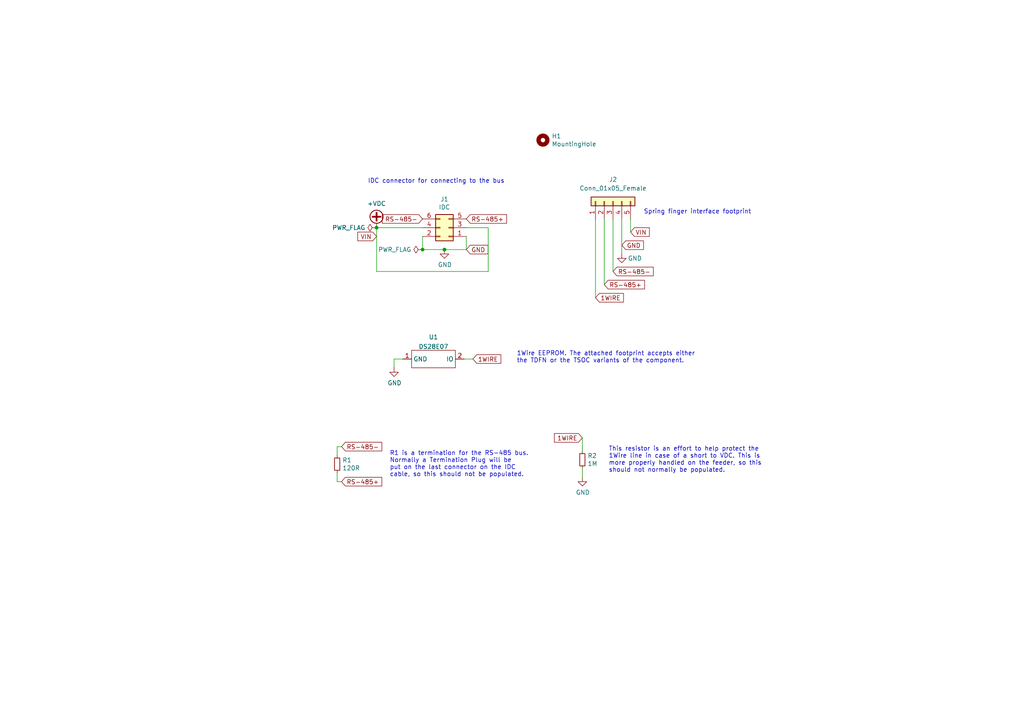
<source format=kicad_sch>
(kicad_sch (version 20231120) (generator "eeschema") (generator_version "8.0")
  (paper "A4")
  (lib_symbols
    (symbol "Connector_Generic:Conn_01x05" (pin_names (offset 1.016) hide)
      (property "Reference" "J" (at 0 7.62 0))
      (property "Value" "Conn_01x05" (at 0 -7.62 0))
      (symbol "Conn_01x05_1_1"
        (rectangle (start -1.27 -4.953) (end 0 -5.207) (stroke (width 0.1524)))
        (rectangle (start -1.27 -2.413) (end 0 -2.667) (stroke (width 0.1524)))
        (rectangle (start -1.27 0.127) (end 0 -0.127) (stroke (width 0.1524)))
        (rectangle (start -1.27 2.667) (end 0 2.413) (stroke (width 0.1524)))
        (rectangle (start -1.27 5.207) (end 0 4.953) (stroke (width 0.1524)))
        (rectangle (start -1.27 6.35) (end 1.27 -6.35) (stroke (width 0.254)) (fill (type background)))
        (pin passive line (at -5.08 5.08 0) (length 3.81) (name "Pin_1") (number "1"))
        (pin passive line (at -5.08 2.54 0) (length 3.81) (name "Pin_2") (number "2"))
        (pin passive line (at -5.08 0 0) (length 3.81) (name "Pin_3") (number "3"))
        (pin passive line (at -5.08 -2.54 0) (length 3.81) (name "Pin_4") (number "4"))
        (pin passive line (at -5.08 -5.08 0) (length 3.81) (name "Pin_5") (number "5"))
      )
    )
    (symbol "Connector_Generic:Conn_02x03_Odd_Even" (pin_names (offset 1.016) hide)
      (property "Reference" "J" (at 1.27 5.08 0))
      (property "Value" "Conn_02x03_Odd_Even" (at 1.27 -5.08 0))
      (symbol "Conn_02x03_Odd_Even_1_1"
        (rectangle (start -1.27 -2.413) (end 0 -2.667) (stroke (width 0.1524)))
        (rectangle (start -1.27 0.127) (end 0 -0.127) (stroke (width 0.1524)))
        (rectangle (start -1.27 2.667) (end 0 2.413) (stroke (width 0.1524)))
        (rectangle (start -1.27 3.81) (end 3.81 -3.81) (stroke (width 0.254)) (fill (type background)))
        (rectangle (start 3.81 -2.413) (end 2.54 -2.667) (stroke (width 0.1524)))
        (rectangle (start 3.81 0.127) (end 2.54 -0.127) (stroke (width 0.1524)))
        (rectangle (start 3.81 2.667) (end 2.54 2.413) (stroke (width 0.1524)))
        (pin passive line (at -5.08 2.54 0) (length 3.81) (name "Pin_1") (number "1"))
        (pin passive line (at 7.62 2.54 180) (length 3.81) (name "Pin_2") (number "2"))
        (pin passive line (at -5.08 0 0) (length 3.81) (name "Pin_3") (number "3"))
        (pin passive line (at 7.62 0 180) (length 3.81) (name "Pin_4") (number "4"))
        (pin passive line (at -5.08 -2.54 0) (length 3.81) (name "Pin_5") (number "5"))
        (pin passive line (at 7.62 -2.54 180) (length 3.81) (name "Pin_6") (number "6"))
      )
    )
    (symbol "Device:R_Small" (pin_numbers hide) (pin_names (offset 0.254) hide)
      (property "Reference" "R" (at 0.762 0.508 0))
      (property "Value" "R_Small" (at 0.762 -1.016 0))
      (symbol "R_Small_0_1"
        (rectangle (start -0.762 1.778) (end 0.762 -1.778) (stroke (width 0.2032)))
      )
      (symbol "R_Small_1_1"
        (pin passive line (at 0 2.54 270) (length 0.762) (name "~") (number "1"))
        (pin passive line (at 0 -2.54 90) (length 0.762) (name "~") (number "2"))
      )
    )
    (symbol "Mechanical:MountingHole" (pin_names (offset 1.016)) (exclude_from_sim yes) (in_bom no)
      (property "Reference" "H" (at 0 5.08 0))
      (property "Value" "MountingHole" (at 0 3.175 0))
      (symbol "MountingHole_0_1"
        (circle (center 0 0) (radius 1.27) (stroke (width 1.27)))
      )
    )
    (symbol "feeder:DS28E07"
      (property "Reference" "U" (at 0 -3.81 0))
      (property "Value" "DS28E07" (at 0 -1.27 0))
      (symbol "DS28E07_0_1"
        (rectangle (start -6.35 5.08) (end 6.35 0))
      )
      (symbol "DS28E07_1_1"
        (pin unspecified line (at -8.89 2.54 0) (length 2.54) (name "GND") (number "1"))
        (pin unspecified line (at 8.89 2.54 180) (length 2.54) (name "IO") (number "2"))
      )
    )
    (symbol "power:+VDC" (power) (pin_numbers hide) (pin_names (offset 0) hide)
      (property "Value" "+VDC" (at 0 6.35 0))
      (symbol "+VDC_0_1"
        (polyline (pts (xy -1.143 3.175) (xy 1.143 3.175)) (stroke (width 0.508)))
        (polyline (pts (xy 0 0) (xy 0 1.27)))
        (polyline (pts (xy 0 2.032) (xy 0 4.318)) (stroke (width 0.508)))
        (circle (center 0 3.175) (radius 1.905) (stroke (width 0.254)))
      )
      (symbol "+VDC_1_1"
        (pin power_in line (at 0 0 90) (length 0) (name "~") (number "1"))
      )
    )
    (symbol "power:GND" (power) (pin_numbers hide) (pin_names (offset 0) hide)
      (property "Value" "GND" (at 0 -3.81 0))
      (symbol "GND_0_1"
        (polyline (pts (xy 0 0) (xy 0 -1.27) (xy 1.27 -1.27) (xy 0 -2.54) (xy -1.27 -1.27) (xy 0 -1.27)))
      )
      (symbol "GND_1_1"
        (pin power_in line (at 0 0 270) (length 0) (name "~") (number "1"))
      )
    )
    (symbol "power:PWR_FLAG" (power) (pin_numbers hide) (pin_names (offset 0) hide)
      (property "Value" "PWR_FLAG" (at 0 3.81 0))
      (symbol "PWR_FLAG_0_0"
        (pin power_out line (at 0 0 90) (length 0) (name "~") (number "1"))
      )
      (symbol "PWR_FLAG_0_1"
        (polyline (pts (xy 0 0) (xy 0 1.27) (xy -1.016 1.905) (xy 0 2.54) (xy 1.016 1.905) (xy 0 1.27)))
      )
    )
  )
  (junction (at 122.555 72.39))
  (junction (at 128.905 72.39))
  (junction (at 109.22 66.04))
  (wire (pts (xy 141.605 66.04) (xy 135.255 66.04)))
  (wire (pts (xy 177.8 63.5) (xy 177.8 78.74)))
  (wire (pts (xy 168.91 127) (xy 168.91 130.81)))
  (wire (pts (xy 109.22 66.04) (xy 109.22 78.74)))
  (wire (pts (xy 122.555 72.39) (xy 128.905 72.39)))
  (wire (pts (xy 97.79 139.7) (xy 99.06 139.7)))
  (wire (pts (xy 141.605 78.74) (xy 141.605 66.04)))
  (wire (pts (xy 109.22 78.74) (xy 141.605 78.74)))
  (wire (pts (xy 97.79 137.16) (xy 97.79 139.7)))
  (wire (pts (xy 114.3 106.68) (xy 114.3 104.14)))
  (wire (pts (xy 175.26 63.5) (xy 175.26 82.55)))
  (wire (pts (xy 180.34 63.5) (xy 180.34 73.66)))
  (wire (pts (xy 172.72 63.5) (xy 172.72 86.36)))
  (wire (pts (xy 135.255 72.39) (xy 128.905 72.39)))
  (wire (pts (xy 114.3 104.14) (xy 116.84 104.14)))
  (wire (pts (xy 135.255 68.58) (xy 135.255 72.39)))
  (wire (pts (xy 134.62 104.14) (xy 137.16 104.14)))
  (wire (pts (xy 109.22 66.04) (xy 122.555 66.04)))
  (wire (pts (xy 122.555 68.58) (xy 122.555 72.39)))
  (wire (pts (xy 182.88 63.5) (xy 182.88 67.31)))
  (wire (pts (xy 99.06 129.54) (xy 97.79 129.54)))
  (wire (pts (xy 97.79 129.54) (xy 97.79 132.08)))
  (wire (pts (xy 168.91 135.89) (xy 168.91 138.43)))
  (text "R1 is a termination for the RS-485 bus.\nNormally a Termination Plug will be \nput on the last connector on the IDC\ncable, so this should not be populated." (at 113.03 138.43 0) (effects (font (size 1.27 1.27)) (justify left bottom)))
  (text "IDC connector for connecting to the bus" (at 106.68 53.34 0) (effects (font (size 1.27 1.27)) (justify left bottom)))
  (text "This resistor is an effort to help protect the\n1Wire line in case of a short to VDC. This is\nmore properly handled on the feeder, so this\nshould not normally be populated." (at 176.53 137.16 0) (effects (font (size 1.27 1.27)) (justify left bottom)))
  (text "Spring finger interface footprint" (at 186.69 62.23 0) (effects (font (size 1.27 1.27)) (justify left bottom)))
  (text "1Wire EEPROM. The attached footprint accepts either\nthe TDFN or the TSOC variants of the component." (at 149.86 105.41 0) (effects (font (size 1.27 1.27)) (justify left bottom)))
  (global_label "RS-485-" (shape input) (at 99.06 129.54 0) (property "Intersheetrefs" "${INTERSHEET_REFS}" (effects (hide yes))))
  (global_label "RS-485-" (shape input) (at 122.555 63.5 180) (property "Intersheetrefs" "${INTERSHEET_REFS}" (effects (hide yes))))
  (global_label "GND" (shape input) (at 180.34 71.12 0) (property "Intersheetrefs" "${INTERSHEET_REFS}" (effects (hide yes))))
  (global_label "VIN" (shape input) (at 182.88 67.31 0) (property "Intersheetrefs" "${INTERSHEET_REFS}" (effects (hide yes))))
  (global_label "RS-485-" (shape input) (at 177.8 78.74 0) (property "Intersheetrefs" "${INTERSHEET_REFS}" (effects (hide yes))))
  (global_label "VIN" (shape input) (at 109.22 68.58 180) (property "Intersheetrefs" "${INTERSHEET_REFS}" (effects (hide yes))))
  (global_label "1WIRE" (shape input) (at 168.91 127 180) (property "Intersheetrefs" "${INTERSHEET_REFS}" (effects (hide yes))))
  (global_label "RS-485+" (shape input) (at 135.255 63.5 0) (property "Intersheetrefs" "${INTERSHEET_REFS}" (effects (hide yes))))
  (global_label "GND" (shape input) (at 135.255 72.39 0) (property "Intersheetrefs" "${INTERSHEET_REFS}" (effects (hide yes))))
  (global_label "RS-485+" (shape input) (at 175.26 82.55 0) (property "Intersheetrefs" "${INTERSHEET_REFS}" (effects (hide yes))))
  (global_label "RS-485+" (shape input) (at 99.06 139.7 0) (property "Intersheetrefs" "${INTERSHEET_REFS}" (effects (hide yes))))
  (global_label "1WIRE" (shape input) (at 172.72 86.36 0) (property "Intersheetrefs" "${INTERSHEET_REFS}" (effects (hide yes))))
  (global_label "1WIRE" (shape input) (at 137.16 104.14 0) (property "Intersheetrefs" "${INTERSHEET_REFS}" (effects (hide yes))))
  (symbol (lib_id "power:GND") (at 114.3 106.68 0) (unit 1)
    (property "Reference" "#PWR0101" (effects (hide yes)))
    (property "Value" "GND" (at 114.427 111.0742 0))
    (property "Description" "Power symbol creates a global label with name \"GND\" , ground" (effects (hide yes)))
  )
  (symbol (lib_id "power:GND") (at 180.34 73.66 0) (unit 1)
    (property "Reference" "#PWR0102" (effects (hide yes)))
    (property "Value" "GND" (at 184.15 74.93 0))
    (property "Description" "Power symbol creates a global label with name \"GND\" , ground" (effects (hide yes)))
  )
  (symbol (lib_id "power:GND") (at 128.905 72.39 0) (unit 1)
    (property "Reference" "#PWR0103" (effects (hide yes)))
    (property "Value" "GND" (at 129.032 76.7842 0))
    (property "Description" "Power symbol creates a global label with name \"GND\" , ground" (effects (hide yes)))
  )
  (symbol (lib_id "power:+VDC") (at 109.22 66.04 0) (unit 1)
    (property "Reference" "#PWR0104" (effects (hide yes)))
    (property "Value" "+VDC" (at 109.22 59.055 0))
    (property "Description" "Power symbol creates a global label with name \"+VDC\"" (effects (hide yes)))
  )
  (symbol (lib_id "Connector_Generic:Conn_02x03_Odd_Even") (at 130.175 66.04 180) (unit 1)
    (property "Reference" "J1" (at 128.905 57.785 0))
    (property "Value" "IDC" (at 128.905 60.0964 0))
    (property "Footprint" "Connector_PinHeader_2.54mm:PinHeader_2x03_P2.54mm_Vertical" (effects (hide yes)))
    (property "Description" "Generic connector, double row, 02x03, odd/even pin numbering scheme (row 1 odd numbers, row 2 even numbers), script generated (kicad-library-utils/schlib/autogen/connector/)" (effects (hide yes)))
    (property "Digikey" "732-5394-ND" (effects (hide yes)))
    (property "Mouser" "710-61200621621" (effects (hide yes)))
    (property "LCSC" "C601936" (effects (hide yes)))
    (property "JLCPCB" "C601936" (effects (hide yes)))
  )
  (symbol (lib_id "Mechanical:MountingHole") (at 157.48 40.64 0) (unit 1)
    (property "Reference" "H1" (at 160.02 39.4716 0) (effects (justify left)))
    (property "Value" "MountingHole" (at 160.02 41.783 0) (effects (justify left)))
    (property "Footprint" "MountingHole:MountingHole_3.2mm_M3" (effects (hide yes)))
    (property "Description" "Mounting Hole without connection" (effects (hide yes)))
  )
  (symbol (lib_id "Device:R_Small") (at 97.79 134.62 0) (unit 1)
    (property "Reference" "R1" (at 99.2886 133.4516 0) (effects (justify left)))
    (property "Value" "120R" (at 99.2886 135.763 0) (effects (justify left)))
    (property "Footprint" "Resistor_SMD:R_0805_2012Metric" (effects (hide yes)))
    (property "Description" "Resistor, small symbol" (effects (hide yes)))
    (property "JLCPCB" "C17437" (effects (hide yes)))
    (property "LCSC" "C61683" (effects (hide yes)))
    (property "Digikey" "RMCF0805JT120RCT-ND" (effects (hide yes)))
    (property "Mouser" "652-CR0805FX-1200ELF" (effects (hide yes)))
  )
  (symbol (lib_id "power:PWR_FLAG") (at 109.22 66.04 90) (unit 1)
    (property "Reference" "#FLG0101" (effects (hide yes)))
    (property "Value" "PWR_FLAG" (at 105.9942 66.04 90) (effects (justify left)))
    (property "Description" "Special symbol for telling ERC where power comes from" (effects (hide yes)))
  )
  (symbol (lib_id "power:PWR_FLAG") (at 122.555 72.39 90) (unit 1)
    (property "Reference" "#FLG0102" (effects (hide yes)))
    (property "Value" "PWR_FLAG" (at 119.3292 72.39 90) (effects (justify left)))
    (property "Description" "Special symbol for telling ERC where power comes from" (effects (hide yes)))
  )
  (symbol (lib_id "Connector_Generic:Conn_01x05") (at 177.8 58.42 90) (unit 1)
    (property "Reference" "J2" (at 177.8 52.07 90))
    (property "Value" "Conn_01x05_Female" (at 177.8 54.61 90))
    (property "Footprint" "feeder:AVX-915-005-541-Contact-Surface" (effects (hide yes)))
    (property "Description" "Generic connector, single row, 01x05, script generated (kicad-library-utils/schlib/autogen/connector/)" (effects (hide yes)))
  )
  (symbol (lib_id "power:GND") (at 168.91 138.43 0) (unit 1)
    (property "Reference" "#PWR0105" (effects (hide yes)))
    (property "Value" "GND" (at 169.037 142.8242 0))
    (property "Description" "Power symbol creates a global label with name \"GND\" , ground" (effects (hide yes)))
  )
  (symbol (lib_id "feeder:DS28E07") (at 125.73 106.68 0) (unit 1)
    (property "Reference" "U1" (at 125.73 97.7605 0))
    (property "Value" "DS28E07" (at 125.73 100.5356 0))
    (property "Footprint" "feeder:DS28E07_MULTI" (effects (hide yes)))
  )
  (symbol (lib_id "Device:R_Small") (at 168.91 133.35 0) (unit 1)
    (property "Reference" "R2" (at 170.4086 132.1816 0) (effects (justify left)))
    (property "Value" "1M" (at 170.4086 134.493 0) (effects (justify left)))
    (property "Footprint" "Resistor_SMD:R_0805_2012Metric" (effects (hide yes)))
    (property "Description" "Resistor, small symbol" (effects (hide yes)))
    (property "JLCPCB" "C17437" (effects (hide yes)))
    (property "LCSC" "C61683" (effects (hide yes)))
    (property "Digikey" "RMCF0805JT120RCT-ND" (effects (hide yes)))
    (property "Mouser" "652-CR0805FX-1200ELF" (effects (hide yes)))
  )
)
</source>
